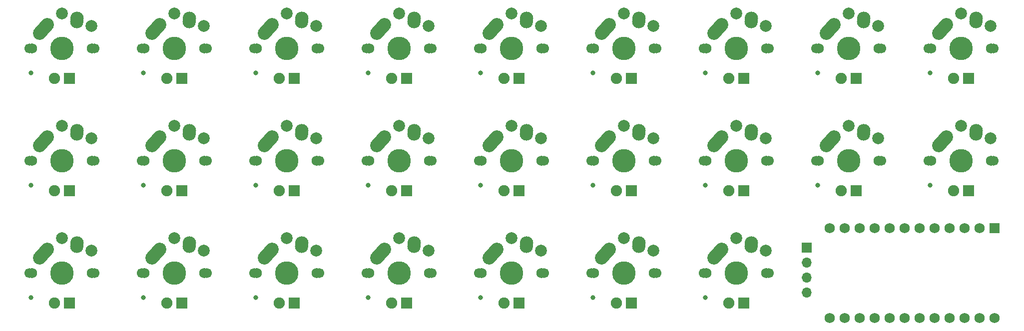
<source format=gbr>
%TF.GenerationSoftware,KiCad,Pcbnew,6.99.0*%
%TF.CreationDate,2022-01-01T23:32:49+11:00*%
%TF.ProjectId,help,68656c70-2e6b-4696-9361-645f70636258,rev?*%
%TF.SameCoordinates,Original*%
%TF.FileFunction,Soldermask,Bot*%
%TF.FilePolarity,Negative*%
%FSLAX46Y46*%
G04 Gerber Fmt 4.6, Leading zero omitted, Abs format (unit mm)*
G04 Created by KiCad (PCBNEW 6.99.0) date 2022-01-01 23:32:49*
%MOMM*%
%LPD*%
G01*
G04 APERTURE LIST*
G04 Aperture macros list*
%AMHorizOval*
0 Thick line with rounded ends*
0 $1 width*
0 $2 $3 position (X,Y) of the first rounded end (center of the circle)*
0 $4 $5 position (X,Y) of the second rounded end (center of the circle)*
0 Add line between two ends*
20,1,$1,$2,$3,$4,$5,0*
0 Add two circle primitives to create the rounded ends*
1,1,$1,$2,$3*
1,1,$1,$4,$5*%
G04 Aperture macros list end*
%ADD10C,1.700000*%
%ADD11C,0.800000*%
%ADD12C,1.750000*%
%ADD13C,3.987800*%
%ADD14HorizOval,2.250000X0.654995X0.730004X-0.654995X-0.730004X0*%
%ADD15C,2.250000*%
%ADD16C,2.000000*%
%ADD17HorizOval,2.250000X0.019771X0.290016X-0.019771X-0.290016X0*%
%ADD18C,1.905000*%
%ADD19R,1.905000X1.905000*%
%ADD20R,1.700000X1.700000*%
%ADD21O,1.700000X1.700000*%
%ADD22R,1.752600X1.752600*%
%ADD23C,1.752600*%
G04 APERTURE END LIST*
D10*
%TO.C,SW25*%
X188175000Y-41275000D03*
D11*
X188455000Y-45475000D03*
D12*
X188595000Y-41275000D03*
D13*
X193675000Y-41275000D03*
D12*
X198755000Y-41275000D03*
D10*
X199175000Y-41275000D03*
D14*
X190519995Y-38004996D03*
D15*
X191175000Y-37275000D03*
D16*
X193675000Y-35375000D03*
D17*
X196194771Y-36484984D03*
D15*
X196215000Y-36195000D03*
D16*
X198675000Y-37475000D03*
D18*
X192405000Y-46355000D03*
D19*
X194945000Y-46355000D03*
%TD*%
D20*
%TO.C,J1*%
X167506250Y-75088750D03*
D21*
X167506250Y-77628750D03*
X167506250Y-80168750D03*
X167506250Y-82708750D03*
%TD*%
D10*
%TO.C,SW16*%
X131025000Y-41275000D03*
D11*
X131305000Y-45475000D03*
D12*
X131445000Y-41275000D03*
D13*
X136525000Y-41275000D03*
D12*
X141605000Y-41275000D03*
D10*
X142025000Y-41275000D03*
D14*
X133369995Y-38004996D03*
D15*
X134025000Y-37275000D03*
D16*
X136525000Y-35375000D03*
D17*
X139044771Y-36484984D03*
D15*
X139065000Y-36195000D03*
D16*
X141525000Y-37475000D03*
D18*
X135255000Y-46355000D03*
D19*
X137795000Y-46355000D03*
%TD*%
D10*
%TO.C,SW15*%
X111975000Y-79375000D03*
D11*
X112255000Y-83575000D03*
D12*
X112395000Y-79375000D03*
D13*
X117475000Y-79375000D03*
D12*
X122555000Y-79375000D03*
D10*
X122975000Y-79375000D03*
D14*
X114319995Y-76104996D03*
D15*
X114975000Y-75375000D03*
D16*
X117475000Y-73475000D03*
D17*
X119994771Y-74584984D03*
D15*
X120015000Y-74295000D03*
D16*
X122475000Y-75575000D03*
D18*
X116205000Y-84455000D03*
D19*
X118745000Y-84455000D03*
%TD*%
D10*
%TO.C,SW5*%
X54825000Y-60325000D03*
D11*
X55105000Y-64525000D03*
D12*
X55245000Y-60325000D03*
D13*
X60325000Y-60325000D03*
D12*
X65405000Y-60325000D03*
D10*
X65825000Y-60325000D03*
D14*
X57169995Y-57054996D03*
D15*
X57825000Y-56325000D03*
D16*
X60325000Y-54425000D03*
D17*
X62844771Y-55534984D03*
D15*
X62865000Y-55245000D03*
D16*
X65325000Y-56525000D03*
D18*
X59055000Y-65405000D03*
D19*
X61595000Y-65405000D03*
%TD*%
D10*
%TO.C,SW13*%
X111975000Y-41275000D03*
D11*
X112255000Y-45475000D03*
D12*
X112395000Y-41275000D03*
D13*
X117475000Y-41275000D03*
D12*
X122555000Y-41275000D03*
D10*
X122975000Y-41275000D03*
D14*
X114319995Y-38004996D03*
D15*
X114975000Y-37275000D03*
D16*
X117475000Y-35375000D03*
D17*
X119994771Y-36484984D03*
D15*
X120015000Y-36195000D03*
D16*
X122475000Y-37475000D03*
D18*
X116205000Y-46355000D03*
D19*
X118745000Y-46355000D03*
%TD*%
D10*
%TO.C,SW10*%
X92925000Y-41275000D03*
D11*
X93205000Y-45475000D03*
D12*
X93345000Y-41275000D03*
D13*
X98425000Y-41275000D03*
D12*
X103505000Y-41275000D03*
D10*
X103925000Y-41275000D03*
D14*
X95269995Y-38004996D03*
D15*
X95925000Y-37275000D03*
D16*
X98425000Y-35375000D03*
D17*
X100944771Y-36484984D03*
D15*
X100965000Y-36195000D03*
D16*
X103425000Y-37475000D03*
D18*
X97155000Y-46355000D03*
D19*
X99695000Y-46355000D03*
%TD*%
D10*
%TO.C,SW4*%
X54825000Y-41275000D03*
D11*
X55105000Y-45475000D03*
D12*
X55245000Y-41275000D03*
D13*
X60325000Y-41275000D03*
D12*
X65405000Y-41275000D03*
D10*
X65825000Y-41275000D03*
D14*
X57169995Y-38004996D03*
D15*
X57825000Y-37275000D03*
D16*
X60325000Y-35375000D03*
D17*
X62844771Y-36484984D03*
D15*
X62865000Y-36195000D03*
D16*
X65325000Y-37475000D03*
D18*
X59055000Y-46355000D03*
D19*
X61595000Y-46355000D03*
%TD*%
D10*
%TO.C,SW17*%
X131025000Y-60325000D03*
D11*
X131305000Y-64525000D03*
D12*
X131445000Y-60325000D03*
D13*
X136525000Y-60325000D03*
D12*
X141605000Y-60325000D03*
D10*
X142025000Y-60325000D03*
D14*
X133369995Y-57054996D03*
D15*
X134025000Y-56325000D03*
D16*
X136525000Y-54425000D03*
D17*
X139044771Y-55534984D03*
D15*
X139065000Y-55245000D03*
D16*
X141525000Y-56525000D03*
D18*
X135255000Y-65405000D03*
D19*
X137795000Y-65405000D03*
%TD*%
D10*
%TO.C,SW8*%
X73875000Y-60325000D03*
D11*
X74155000Y-64525000D03*
D12*
X74295000Y-60325000D03*
D13*
X79375000Y-60325000D03*
D12*
X84455000Y-60325000D03*
D10*
X84875000Y-60325000D03*
D14*
X76219995Y-57054996D03*
D15*
X76875000Y-56325000D03*
D16*
X79375000Y-54425000D03*
D17*
X81894771Y-55534984D03*
D15*
X81915000Y-55245000D03*
D16*
X84375000Y-56525000D03*
D18*
X78105000Y-65405000D03*
D19*
X80645000Y-65405000D03*
%TD*%
D10*
%TO.C,SW7*%
X73875000Y-41275000D03*
D11*
X74155000Y-45475000D03*
D12*
X74295000Y-41275000D03*
D13*
X79375000Y-41275000D03*
D12*
X84455000Y-41275000D03*
D10*
X84875000Y-41275000D03*
D14*
X76219995Y-38004996D03*
D15*
X76875000Y-37275000D03*
D16*
X79375000Y-35375000D03*
D17*
X81894771Y-36484984D03*
D15*
X81915000Y-36195000D03*
D16*
X84375000Y-37475000D03*
D18*
X78105000Y-46355000D03*
D19*
X80645000Y-46355000D03*
%TD*%
D10*
%TO.C,SW19*%
X150075000Y-41275000D03*
D11*
X150355000Y-45475000D03*
D12*
X150495000Y-41275000D03*
D13*
X155575000Y-41275000D03*
D12*
X160655000Y-41275000D03*
D10*
X161075000Y-41275000D03*
D14*
X152419995Y-38004996D03*
D15*
X153075000Y-37275000D03*
D16*
X155575000Y-35375000D03*
D17*
X158094771Y-36484984D03*
D15*
X158115000Y-36195000D03*
D16*
X160575000Y-37475000D03*
D18*
X154305000Y-46355000D03*
D19*
X156845000Y-46355000D03*
%TD*%
D22*
%TO.C,U1*%
X199333250Y-71755000D03*
D23*
X196793250Y-71755000D03*
X194253250Y-71755000D03*
X191713250Y-71755000D03*
X189173250Y-71755000D03*
X186633250Y-71755000D03*
X184093250Y-71755000D03*
X181553250Y-71755000D03*
X179013250Y-71755000D03*
X176473250Y-71755000D03*
X173933250Y-71755000D03*
X171393250Y-71755000D03*
X171393250Y-86995000D03*
X173933250Y-86995000D03*
X176473250Y-86995000D03*
X179013250Y-86995000D03*
X181553250Y-86995000D03*
X184093250Y-86995000D03*
X186633250Y-86995000D03*
X189173250Y-86995000D03*
X191713250Y-86995000D03*
X194253250Y-86995000D03*
X196793250Y-86995000D03*
X199333250Y-86995000D03*
%TD*%
D10*
%TO.C,SW20*%
X150075000Y-60325000D03*
D11*
X150355000Y-64525000D03*
D12*
X150495000Y-60325000D03*
D13*
X155575000Y-60325000D03*
D12*
X160655000Y-60325000D03*
D10*
X161075000Y-60325000D03*
D14*
X152419995Y-57054996D03*
D15*
X153075000Y-56325000D03*
D16*
X155575000Y-54425000D03*
D17*
X158094771Y-55534984D03*
D15*
X158115000Y-55245000D03*
D16*
X160575000Y-56525000D03*
D18*
X154305000Y-65405000D03*
D19*
X156845000Y-65405000D03*
%TD*%
D10*
%TO.C,SW11*%
X92925000Y-60325000D03*
D11*
X93205000Y-64525000D03*
D12*
X93345000Y-60325000D03*
D13*
X98425000Y-60325000D03*
D12*
X103505000Y-60325000D03*
D10*
X103925000Y-60325000D03*
D14*
X95269995Y-57054996D03*
D15*
X95925000Y-56325000D03*
D16*
X98425000Y-54425000D03*
D17*
X100944771Y-55534984D03*
D15*
X100965000Y-55245000D03*
D16*
X103425000Y-56525000D03*
D18*
X97155000Y-65405000D03*
D19*
X99695000Y-65405000D03*
%TD*%
D10*
%TO.C,SW26*%
X188175000Y-60325000D03*
D11*
X188455000Y-64525000D03*
D12*
X188595000Y-60325000D03*
D13*
X193675000Y-60325000D03*
D12*
X198755000Y-60325000D03*
D10*
X199175000Y-60325000D03*
D14*
X190519995Y-57054996D03*
D15*
X191175000Y-56325000D03*
D16*
X193675000Y-54425000D03*
D17*
X196194771Y-55534984D03*
D15*
X196215000Y-55245000D03*
D16*
X198675000Y-56525000D03*
D18*
X192405000Y-65405000D03*
D19*
X194945000Y-65405000D03*
%TD*%
D10*
%TO.C,SW21*%
X150075000Y-79375000D03*
D11*
X150355000Y-83575000D03*
D12*
X150495000Y-79375000D03*
D13*
X155575000Y-79375000D03*
D12*
X160655000Y-79375000D03*
D10*
X161075000Y-79375000D03*
D14*
X152419995Y-76104996D03*
D15*
X153075000Y-75375000D03*
D16*
X155575000Y-73475000D03*
D17*
X158094771Y-74584984D03*
D15*
X158115000Y-74295000D03*
D16*
X160575000Y-75575000D03*
D18*
X154305000Y-84455000D03*
D19*
X156845000Y-84455000D03*
%TD*%
D10*
%TO.C,SW14*%
X111975000Y-60325000D03*
D11*
X112255000Y-64525000D03*
D12*
X112395000Y-60325000D03*
D13*
X117475000Y-60325000D03*
D12*
X122555000Y-60325000D03*
D10*
X122975000Y-60325000D03*
D14*
X114319995Y-57054996D03*
D15*
X114975000Y-56325000D03*
D16*
X117475000Y-54425000D03*
D17*
X119994771Y-55534984D03*
D15*
X120015000Y-55245000D03*
D16*
X122475000Y-56525000D03*
D18*
X116205000Y-65405000D03*
D19*
X118745000Y-65405000D03*
%TD*%
D10*
%TO.C,SW12*%
X92925000Y-79375000D03*
D11*
X93205000Y-83575000D03*
D12*
X93345000Y-79375000D03*
D13*
X98425000Y-79375000D03*
D12*
X103505000Y-79375000D03*
D10*
X103925000Y-79375000D03*
D14*
X95269995Y-76104996D03*
D15*
X95925000Y-75375000D03*
D16*
X98425000Y-73475000D03*
D17*
X100944771Y-74584984D03*
D15*
X100965000Y-74295000D03*
D16*
X103425000Y-75575000D03*
D18*
X97155000Y-84455000D03*
D19*
X99695000Y-84455000D03*
%TD*%
D10*
%TO.C,SW18*%
X131025000Y-79375000D03*
D11*
X131305000Y-83575000D03*
D12*
X131445000Y-79375000D03*
D13*
X136525000Y-79375000D03*
D12*
X141605000Y-79375000D03*
D10*
X142025000Y-79375000D03*
D14*
X133369995Y-76104996D03*
D15*
X134025000Y-75375000D03*
D16*
X136525000Y-73475000D03*
D17*
X139044771Y-74584984D03*
D15*
X139065000Y-74295000D03*
D16*
X141525000Y-75575000D03*
D18*
X135255000Y-84455000D03*
D19*
X137795000Y-84455000D03*
%TD*%
D10*
%TO.C,SW22*%
X169125000Y-41275000D03*
D11*
X169405000Y-45475000D03*
D12*
X169545000Y-41275000D03*
D13*
X174625000Y-41275000D03*
D12*
X179705000Y-41275000D03*
D10*
X180125000Y-41275000D03*
D14*
X171469995Y-38004996D03*
D15*
X172125000Y-37275000D03*
D16*
X174625000Y-35375000D03*
D17*
X177144771Y-36484984D03*
D15*
X177165000Y-36195000D03*
D16*
X179625000Y-37475000D03*
D18*
X173355000Y-46355000D03*
D19*
X175895000Y-46355000D03*
%TD*%
D10*
%TO.C,SW9*%
X73875000Y-79375000D03*
D11*
X74155000Y-83575000D03*
D12*
X74295000Y-79375000D03*
D13*
X79375000Y-79375000D03*
D12*
X84455000Y-79375000D03*
D10*
X84875000Y-79375000D03*
D14*
X76219995Y-76104996D03*
D15*
X76875000Y-75375000D03*
D16*
X79375000Y-73475000D03*
D17*
X81894771Y-74584984D03*
D15*
X81915000Y-74295000D03*
D16*
X84375000Y-75575000D03*
D18*
X78105000Y-84455000D03*
D19*
X80645000Y-84455000D03*
%TD*%
D10*
%TO.C,SW1*%
X35775000Y-41275000D03*
D11*
X36055000Y-45475000D03*
D12*
X36195000Y-41275000D03*
D13*
X41275000Y-41275000D03*
D12*
X46355000Y-41275000D03*
D10*
X46775000Y-41275000D03*
D14*
X38119995Y-38004996D03*
D15*
X38775000Y-37275000D03*
D16*
X41275000Y-35375000D03*
D17*
X43794771Y-36484984D03*
D15*
X43815000Y-36195000D03*
D16*
X46275000Y-37475000D03*
D18*
X40005000Y-46355000D03*
D19*
X42545000Y-46355000D03*
%TD*%
D10*
%TO.C,SW2*%
X35775000Y-60325000D03*
D11*
X36055000Y-64525000D03*
D12*
X36195000Y-60325000D03*
D13*
X41275000Y-60325000D03*
D12*
X46355000Y-60325000D03*
D10*
X46775000Y-60325000D03*
D14*
X38119995Y-57054996D03*
D15*
X38775000Y-56325000D03*
D16*
X41275000Y-54425000D03*
D17*
X43794771Y-55534984D03*
D15*
X43815000Y-55245000D03*
D16*
X46275000Y-56525000D03*
D18*
X40005000Y-65405000D03*
D19*
X42545000Y-65405000D03*
%TD*%
D10*
%TO.C,SW3*%
X35775000Y-79375000D03*
D11*
X36055000Y-83575000D03*
D12*
X36195000Y-79375000D03*
D13*
X41275000Y-79375000D03*
D12*
X46355000Y-79375000D03*
D10*
X46775000Y-79375000D03*
D14*
X38119995Y-76104996D03*
D15*
X38775000Y-75375000D03*
D16*
X41275000Y-73475000D03*
D17*
X43794771Y-74584984D03*
D15*
X43815000Y-74295000D03*
D16*
X46275000Y-75575000D03*
D18*
X40005000Y-84455000D03*
D19*
X42545000Y-84455000D03*
%TD*%
D10*
%TO.C,SW23*%
X169125000Y-60325000D03*
D11*
X169405000Y-64525000D03*
D12*
X169545000Y-60325000D03*
D13*
X174625000Y-60325000D03*
D12*
X179705000Y-60325000D03*
D10*
X180125000Y-60325000D03*
D14*
X171469995Y-57054996D03*
D15*
X172125000Y-56325000D03*
D16*
X174625000Y-54425000D03*
D17*
X177144771Y-55534984D03*
D15*
X177165000Y-55245000D03*
D16*
X179625000Y-56525000D03*
D18*
X173355000Y-65405000D03*
D19*
X175895000Y-65405000D03*
%TD*%
D10*
%TO.C,SW6*%
X54825000Y-79375000D03*
D11*
X55105000Y-83575000D03*
D12*
X55245000Y-79375000D03*
D13*
X60325000Y-79375000D03*
D12*
X65405000Y-79375000D03*
D10*
X65825000Y-79375000D03*
D14*
X57169995Y-76104996D03*
D15*
X57825000Y-75375000D03*
D16*
X60325000Y-73475000D03*
D17*
X62844771Y-74584984D03*
D15*
X62865000Y-74295000D03*
D16*
X65325000Y-75575000D03*
D18*
X59055000Y-84455000D03*
D19*
X61595000Y-84455000D03*
%TD*%
M02*

</source>
